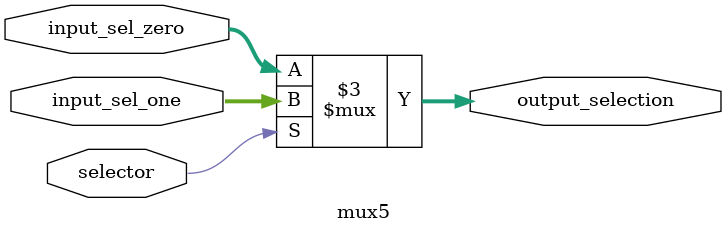
<source format=v>

module mux5 (input_sel_zero,
              input_sel_one,
              selector,
              output_selection
              );

// i/o
input selector;

input wire [4:0] input_sel_zero;
input wire [4:0] input_sel_one;

output reg [4:0] output_selection;

// logic
always @ ( * ) begin
    if (selector) begin
        output_selection <= input_sel_one;
    end // if selector
    else begin
        output_selection <= input_sel_zero;
    end // else selector
end
endmodule // mux5

</source>
